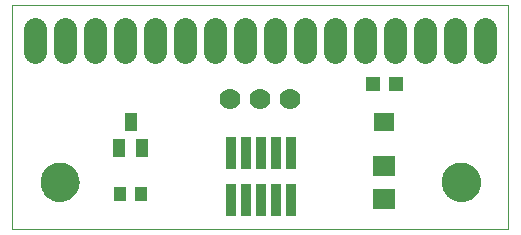
<source format=gts>
G75*
G70*
%OFA0B0*%
%FSLAX24Y24*%
%IPPOS*%
%LPD*%
%AMOC8*
5,1,8,0,0,1.08239X$1,22.5*
%
%ADD10C,0.0000*%
%ADD11R,0.0670X0.0631*%
%ADD12R,0.0512X0.0512*%
%ADD13C,0.0780*%
%ADD14R,0.0749X0.0670*%
%ADD15R,0.0434X0.0473*%
%ADD16R,0.0434X0.0591*%
%ADD17R,0.0331X0.1064*%
%ADD18C,0.1300*%
%ADD19C,0.0700*%
D10*
X000100Y000264D02*
X000100Y007744D01*
X016635Y007744D01*
X016635Y000264D01*
X000100Y000264D01*
X001045Y001838D02*
X001047Y001888D01*
X001053Y001938D01*
X001063Y001987D01*
X001077Y002035D01*
X001094Y002082D01*
X001115Y002127D01*
X001140Y002171D01*
X001168Y002212D01*
X001200Y002251D01*
X001234Y002288D01*
X001271Y002322D01*
X001311Y002352D01*
X001353Y002379D01*
X001397Y002403D01*
X001443Y002424D01*
X001490Y002440D01*
X001538Y002453D01*
X001588Y002462D01*
X001637Y002467D01*
X001688Y002468D01*
X001738Y002465D01*
X001787Y002458D01*
X001836Y002447D01*
X001884Y002432D01*
X001930Y002414D01*
X001975Y002392D01*
X002018Y002366D01*
X002059Y002337D01*
X002098Y002305D01*
X002134Y002270D01*
X002166Y002232D01*
X002196Y002192D01*
X002223Y002149D01*
X002246Y002105D01*
X002265Y002059D01*
X002281Y002011D01*
X002293Y001962D01*
X002301Y001913D01*
X002305Y001863D01*
X002305Y001813D01*
X002301Y001763D01*
X002293Y001714D01*
X002281Y001665D01*
X002265Y001617D01*
X002246Y001571D01*
X002223Y001527D01*
X002196Y001484D01*
X002166Y001444D01*
X002134Y001406D01*
X002098Y001371D01*
X002059Y001339D01*
X002018Y001310D01*
X001975Y001284D01*
X001930Y001262D01*
X001884Y001244D01*
X001836Y001229D01*
X001787Y001218D01*
X001738Y001211D01*
X001688Y001208D01*
X001637Y001209D01*
X001588Y001214D01*
X001538Y001223D01*
X001490Y001236D01*
X001443Y001252D01*
X001397Y001273D01*
X001353Y001297D01*
X001311Y001324D01*
X001271Y001354D01*
X001234Y001388D01*
X001200Y001425D01*
X001168Y001464D01*
X001140Y001505D01*
X001115Y001549D01*
X001094Y001594D01*
X001077Y001641D01*
X001063Y001689D01*
X001053Y001738D01*
X001047Y001788D01*
X001045Y001838D01*
X014431Y001838D02*
X014433Y001888D01*
X014439Y001938D01*
X014449Y001987D01*
X014463Y002035D01*
X014480Y002082D01*
X014501Y002127D01*
X014526Y002171D01*
X014554Y002212D01*
X014586Y002251D01*
X014620Y002288D01*
X014657Y002322D01*
X014697Y002352D01*
X014739Y002379D01*
X014783Y002403D01*
X014829Y002424D01*
X014876Y002440D01*
X014924Y002453D01*
X014974Y002462D01*
X015023Y002467D01*
X015074Y002468D01*
X015124Y002465D01*
X015173Y002458D01*
X015222Y002447D01*
X015270Y002432D01*
X015316Y002414D01*
X015361Y002392D01*
X015404Y002366D01*
X015445Y002337D01*
X015484Y002305D01*
X015520Y002270D01*
X015552Y002232D01*
X015582Y002192D01*
X015609Y002149D01*
X015632Y002105D01*
X015651Y002059D01*
X015667Y002011D01*
X015679Y001962D01*
X015687Y001913D01*
X015691Y001863D01*
X015691Y001813D01*
X015687Y001763D01*
X015679Y001714D01*
X015667Y001665D01*
X015651Y001617D01*
X015632Y001571D01*
X015609Y001527D01*
X015582Y001484D01*
X015552Y001444D01*
X015520Y001406D01*
X015484Y001371D01*
X015445Y001339D01*
X015404Y001310D01*
X015361Y001284D01*
X015316Y001262D01*
X015270Y001244D01*
X015222Y001229D01*
X015173Y001218D01*
X015124Y001211D01*
X015074Y001208D01*
X015023Y001209D01*
X014974Y001214D01*
X014924Y001223D01*
X014876Y001236D01*
X014829Y001252D01*
X014783Y001273D01*
X014739Y001297D01*
X014697Y001324D01*
X014657Y001354D01*
X014620Y001388D01*
X014586Y001425D01*
X014554Y001464D01*
X014526Y001505D01*
X014501Y001549D01*
X014480Y001594D01*
X014463Y001641D01*
X014449Y001689D01*
X014439Y001738D01*
X014433Y001788D01*
X014431Y001838D01*
D11*
X012502Y003827D03*
D12*
X012895Y005106D03*
X012108Y005106D03*
D13*
X011848Y006193D02*
X011848Y006933D01*
X010848Y006933D02*
X010848Y006193D01*
X009848Y006193D02*
X009848Y006933D01*
X008848Y006933D02*
X008848Y006193D01*
X007848Y006193D02*
X007848Y006933D01*
X006848Y006933D02*
X006848Y006193D01*
X005848Y006193D02*
X005848Y006933D01*
X004848Y006933D02*
X004848Y006193D01*
X003848Y006193D02*
X003848Y006933D01*
X002848Y006933D02*
X002848Y006193D01*
X001848Y006193D02*
X001848Y006933D01*
X000848Y006933D02*
X000848Y006193D01*
X012848Y006193D02*
X012848Y006933D01*
X013848Y006933D02*
X013848Y006193D01*
X014848Y006193D02*
X014848Y006933D01*
X015848Y006933D02*
X015848Y006193D01*
D14*
X012502Y002390D03*
X012502Y001287D03*
D15*
X004372Y001445D03*
X003702Y001445D03*
D16*
X003663Y002980D03*
X004411Y002980D03*
X004037Y003846D03*
D17*
X007383Y002823D03*
X007883Y002823D03*
X008383Y002823D03*
X008883Y002823D03*
X009383Y002823D03*
X009383Y001248D03*
X008883Y001248D03*
X008383Y001248D03*
X007883Y001248D03*
X007383Y001248D03*
D18*
X001675Y001838D03*
X015061Y001838D03*
D19*
X009368Y004594D03*
X008368Y004594D03*
X007368Y004594D03*
M02*

</source>
